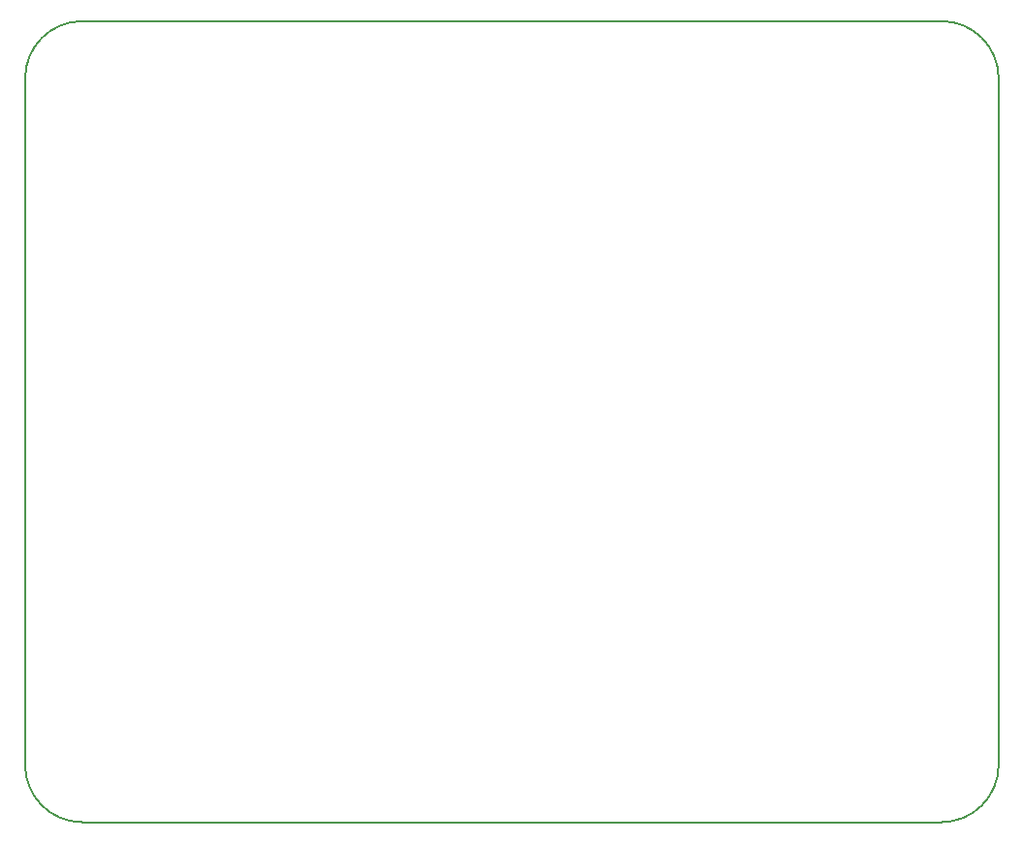
<source format=gko>
%FSLAX24Y24*%
%MOIN*%
G70*
G01*
G75*
G04 Layer_Color=16711935*
%ADD10C,0.0050*%
%ADD11R,0.0500X0.0500*%
%ADD12R,0.0860X0.0921*%
%ADD13R,0.0100X0.0866*%
%ADD14R,0.0866X0.0100*%
%ADD15R,0.0300X0.0300*%
%ADD16R,0.0300X0.0300*%
%ADD17R,0.0374X0.0354*%
%ADD18R,0.0374X0.0354*%
%ADD19R,0.0500X0.0600*%
%ADD20R,0.0591X0.0512*%
%ADD21R,0.0512X0.0591*%
%ADD22R,0.0591X0.1260*%
%ADD23R,0.1260X0.0591*%
%ADD24R,0.0236X0.0866*%
G04:AMPARAMS|DCode=25|XSize=150mil|YSize=65mil|CornerRadius=0mil|HoleSize=0mil|Usage=FLASHONLY|Rotation=0.000|XOffset=0mil|YOffset=0mil|HoleType=Round|Shape=Octagon|*
%AMOCTAGOND25*
4,1,8,0.0750,-0.0163,0.0750,0.0163,0.0588,0.0325,-0.0588,0.0325,-0.0750,0.0163,-0.0750,-0.0163,-0.0588,-0.0325,0.0588,-0.0325,0.0750,-0.0163,0.0*
%
%ADD25OCTAGOND25*%

%ADD26O,0.1500X0.0650*%
%ADD27R,0.1000X0.1000*%
%ADD28R,0.0984X0.0787*%
%ADD29R,0.0906X0.0197*%
%ADD30R,0.0984X0.0787*%
%ADD31C,0.0150*%
%ADD32C,0.0060*%
%ADD33C,0.0200*%
%ADD34C,0.0300*%
%ADD35C,0.0120*%
%ADD36C,0.0400*%
%ADD37C,0.0600*%
%ADD38R,0.0870X0.0290*%
%ADD39R,0.1156X0.0353*%
%ADD40C,0.1181*%
%ADD41C,0.0500*%
%ADD42O,0.0400X0.0500*%
%ADD43C,0.0591*%
%ADD44R,0.0591X0.0591*%
%ADD45R,0.0591X0.0591*%
%ADD46C,0.0620*%
%ADD47C,0.0236*%
%ADD48C,0.0433*%
%ADD49C,0.0240*%
%ADD50O,0.0984X0.2362*%
G04:AMPARAMS|DCode=51|XSize=98.4mil|YSize=236.2mil|CornerRadius=0mil|HoleSize=0mil|Usage=FLASHONLY|Rotation=180.000|XOffset=0mil|YOffset=0mil|HoleType=Round|Shape=Octagon|*
%AMOCTAGOND51*
4,1,8,0.0246,-0.1181,-0.0246,-0.1181,-0.0492,-0.0935,-0.0492,0.0935,-0.0246,0.1181,0.0246,0.1181,0.0492,0.0935,0.0492,-0.0935,0.0246,-0.1181,0.0*
%
%ADD51OCTAGOND51*%

%ADD52R,0.0550X0.0650*%
%ADD53R,0.0520X0.0715*%
%ADD54C,0.0100*%
%ADD55C,0.0080*%
%ADD56C,0.0079*%
%ADD57C,0.0098*%
%ADD58R,0.0100X0.0300*%
%ADD59R,0.0300X0.0100*%
%ADD60R,0.0107X0.0800*%
%ADD61R,0.0800X0.0107*%
%ADD62R,0.0550X0.0550*%
%ADD63R,0.0910X0.0971*%
%ADD64R,0.0150X0.0916*%
%ADD65R,0.0916X0.0150*%
%ADD66R,0.0350X0.0350*%
%ADD67R,0.0350X0.0350*%
%ADD68R,0.0424X0.0404*%
%ADD69R,0.0424X0.0404*%
%ADD70R,0.0550X0.0650*%
%ADD71R,0.0641X0.0562*%
%ADD72R,0.0562X0.0641*%
%ADD73R,0.0641X0.1310*%
%ADD74R,0.1310X0.0641*%
%ADD75R,0.0286X0.0916*%
G04:AMPARAMS|DCode=76|XSize=155mil|YSize=70mil|CornerRadius=0mil|HoleSize=0mil|Usage=FLASHONLY|Rotation=0.000|XOffset=0mil|YOffset=0mil|HoleType=Round|Shape=Octagon|*
%AMOCTAGOND76*
4,1,8,0.0775,-0.0175,0.0775,0.0175,0.0600,0.0350,-0.0600,0.0350,-0.0775,0.0175,-0.0775,-0.0175,-0.0600,-0.0350,0.0600,-0.0350,0.0775,-0.0175,0.0*
%
%ADD76OCTAGOND76*%

%ADD77O,0.1550X0.0700*%
%ADD78R,0.1050X0.1050*%
%ADD79R,0.1034X0.0837*%
%ADD80R,0.0956X0.0247*%
%ADD81R,0.1034X0.0837*%
%ADD82C,0.1231*%
%ADD83C,0.0550*%
%ADD84O,0.0450X0.0550*%
%ADD85C,0.0641*%
%ADD86R,0.0641X0.0641*%
%ADD87R,0.0641X0.0641*%
%ADD88C,0.0670*%
%ADD89C,0.0286*%
%ADD90C,0.0483*%
%ADD91O,0.1034X0.2412*%
G04:AMPARAMS|DCode=92|XSize=103.4mil|YSize=241.2mil|CornerRadius=0mil|HoleSize=0mil|Usage=FLASHONLY|Rotation=180.000|XOffset=0mil|YOffset=0mil|HoleType=Round|Shape=Octagon|*
%AMOCTAGOND92*
4,1,8,0.0259,-0.1206,-0.0259,-0.1206,-0.0517,-0.0948,-0.0517,0.0948,-0.0259,0.1206,0.0259,0.1206,0.0517,0.0948,0.0517,-0.0948,0.0259,-0.1206,0.0*
%
%ADD92OCTAGOND92*%

%ADD93C,0.0070*%
D10*
X31496Y0D02*
G03*
X33465Y1969I-0J1969D01*
G01*
X33465Y25591D02*
G03*
X31496Y27559I-1969J-0D01*
G01*
X1969D02*
G03*
X0Y25591I0J-1969D01*
G01*
Y1969D02*
G03*
X1969Y0I1969J0D01*
G01*
X31496D01*
X0Y1969D02*
Y25591D01*
X1969Y27559D02*
X31496D01*
X33465Y1969D02*
Y25585D01*
M02*

</source>
